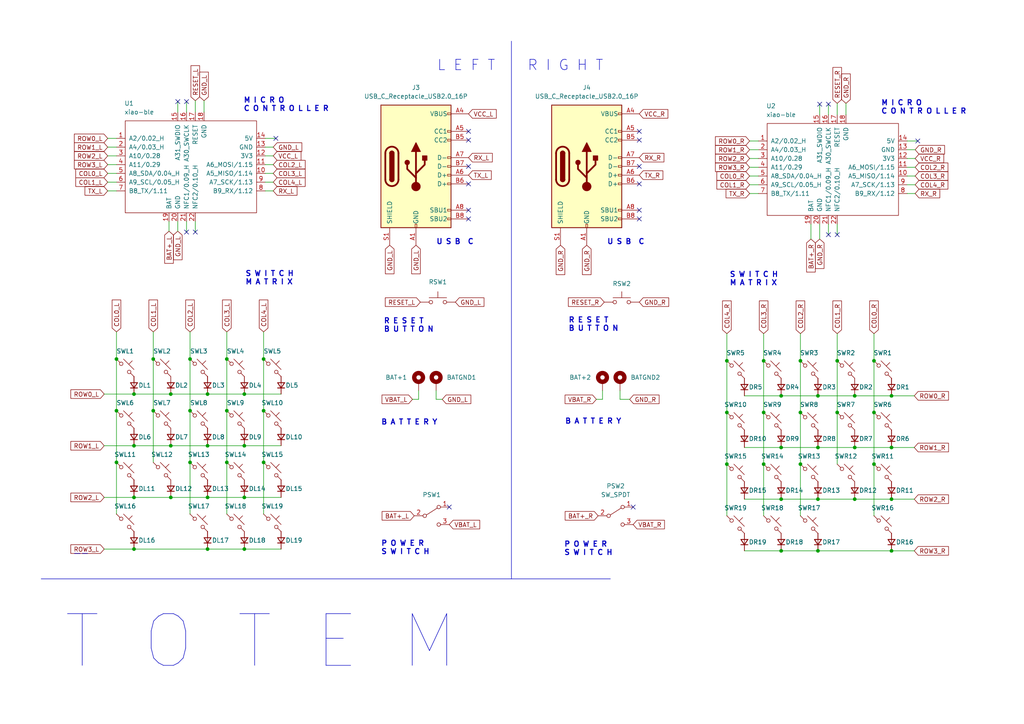
<source format=kicad_sch>
(kicad_sch (version 20231120) (generator "eeschema") (generator_version "8.0")
  (paper "A4")
  (title_block (title "TOTEM split keyboard") (date "2022-11-09") (rev "0.3") (comment 1 "made by GEIST"))
  (lib_symbols
    (symbol "Connector:USB_C_Receptacle_USB2.0_16P" (pin_names (offset 1.016))
      (property "Reference" "J" (at 0 22.225 0))
      (property "Value" "USB_C_Receptacle_USB2.0_16P" (at 0 19.685 0))
      (symbol "USB_C_Receptacle_USB2.0_16P_0_0"
        (rectangle (start -0.254 -17.78) (end 0.254 -16.764))
        (rectangle (start 10.16 -14.986) (end 9.144 -15.494))
        (rectangle (start 10.16 -12.446) (end 9.144 -12.954))
        (rectangle (start 10.16 -4.826) (end 9.144 -5.334))
        (rectangle (start 10.16 -2.286) (end 9.144 -2.794))
        (rectangle (start 10.16 0.254) (end 9.144 -0.254))
        (rectangle (start 10.16 2.794) (end 9.144 2.286))
        (rectangle (start 10.16 7.874) (end 9.144 7.366))
        (rectangle (start 10.16 10.414) (end 9.144 9.906))
        (rectangle (start 10.16 15.494) (end 9.144 14.986))
      )
      (symbol "USB_C_Receptacle_USB2.0_16P_0_1"
        (rectangle (start -10.16 17.78) (end 10.16 -17.78) (stroke (width 0.254)) (fill (type background)))
        (arc (start -8.89 -3.81) (mid -6.985 -5.7067) (end -5.08 -3.81) (stroke (width 0.508)))
        (arc (start -7.62 -3.81) (mid -6.985 -4.4423) (end -6.35 -3.81) (stroke (width 0.254)))
        (arc (start -7.62 -3.81) (mid -6.985 -4.4423) (end -6.35 -3.81) (stroke (width 0.254)) (fill (type outline)))
        (rectangle (start -7.62 -3.81) (end -6.35 3.81) (stroke (width 0.254)) (fill (type outline)))
        (arc (start -6.35 3.81) (mid -6.985 4.4423) (end -7.62 3.81) (stroke (width 0.254)))
        (arc (start -6.35 3.81) (mid -6.985 4.4423) (end -7.62 3.81) (stroke (width 0.254)) (fill (type outline)))
        (arc (start -5.08 3.81) (mid -6.985 5.7067) (end -8.89 3.81) (stroke (width 0.508)))
        (circle (center -2.54 1.143) (radius 0.635) (stroke (width 0.254)) (fill (type outline)))
        (circle (center 0 -5.842) (radius 1.27) (fill (type outline)))
        (polyline (pts (xy -8.89 -3.81) (xy -8.89 3.81)) (stroke (width 0.508)))
        (polyline (pts (xy -5.08 3.81) (xy -5.08 -3.81)) (stroke (width 0.508)))
        (polyline (pts (xy 0 -5.842) (xy 0 4.318)) (stroke (width 0.508)))
        (polyline (pts (xy 0 -3.302) (xy -2.54 -0.762) (xy -2.54 0.508)) (stroke (width 0.508)))
        (polyline (pts (xy 0 -2.032) (xy 2.54 0.508) (xy 2.54 1.778)) (stroke (width 0.508)))
        (polyline (pts (xy -1.27 4.318) (xy 0 6.858) (xy 1.27 4.318) (xy -1.27 4.318)) (stroke (width 0.254)) (fill (type outline)))
        (rectangle (start 1.905 1.778) (end 3.175 3.048) (stroke (width 0.254)) (fill (type outline)))
      )
      (symbol "USB_C_Receptacle_USB2.0_16P_1_1"
        (pin passive line (at 0 -22.86 90) (length 5.08) (name "GND") (number "A1"))
        (pin passive line (at 0 -22.86 90) (length 5.08) hide (name "GND") (number "A12"))
        (pin passive line (at 15.24 15.24 180) (length 5.08) (name "VBUS") (number "A4"))
        (pin bidirectional line (at 15.24 10.16 180) (length 5.08) (name "CC1") (number "A5"))
        (pin bidirectional line (at 15.24 -2.54 180) (length 5.08) (name "D+") (number "A6"))
        (pin bidirectional line (at 15.24 2.54 180) (length 5.08) (name "D-") (number "A7"))
        (pin bidirectional line (at 15.24 -12.7 180) (length 5.08) (name "SBU1") (number "A8"))
        (pin passive line (at 15.24 15.24 180) (length 5.08) hide (name "VBUS") (number "A9"))
        (pin passive line (at 0 -22.86 90) (length 5.08) hide (name "GND") (number "B1"))
        (pin passive line (at 0 -22.86 90) (length 5.08) hide (name "GND") (number "B12"))
        (pin passive line (at 15.24 15.24 180) (length 5.08) hide (name "VBUS") (number "B4"))
        (pin bidirectional line (at 15.24 7.62 180) (length 5.08) (name "CC2") (number "B5"))
        (pin bidirectional line (at 15.24 -5.08 180) (length 5.08) (name "D+") (number "B6"))
        (pin bidirectional line (at 15.24 0 180) (length 5.08) (name "D-") (number "B7"))
        (pin bidirectional line (at 15.24 -15.24 180) (length 5.08) (name "SBU2") (number "B8"))
        (pin passive line (at 15.24 15.24 180) (length 5.08) hide (name "VBUS") (number "B9"))
        (pin passive line (at -7.62 -22.86 90) (length 5.08) (name "SHIELD") (number "S1"))
      )
    )
    (symbol "Device:D_Small" (pin_numbers hide) (pin_names (offset 0.254) hide)
      (property "Reference" "D" (at -1.27 2.032 0))
      (property "Value" "D_Small" (at -3.81 -2.032 0))
      (symbol "D_Small_0_1"
        (polyline (pts (xy -0.762 -1.016) (xy -0.762 1.016)) (stroke (width 0.254)))
        (polyline (pts (xy -0.762 0) (xy 0.762 0)))
        (polyline (pts (xy 0.762 -1.016) (xy -0.762 0) (xy 0.762 1.016) (xy 0.762 -1.016)) (stroke (width 0.254)))
      )
      (symbol "D_Small_1_1"
        (pin passive line (at -2.54 0 0) (length 1.778) (name "K") (number "1"))
        (pin passive line (at 2.54 0 180) (length 1.778) (name "A") (number "2"))
      )
    )
    (symbol "Mechanical:MountingHole_Pad" (pin_numbers hide) (pin_names (offset 1.016) hide)
      (property "Reference" "H" (at 0 6.35 0))
      (property "Value" "MountingHole_Pad" (at 0 4.445 0))
      (symbol "MountingHole_Pad_0_1"
        (circle (center 0 1.27) (radius 1.27) (stroke (width 1.27)))
      )
      (symbol "MountingHole_Pad_1_1"
        (pin input line (at 0 -2.54 90) (length 2.54) (name "1") (number "1"))
      )
    )
    (symbol "Switch:SW_Push" (pin_numbers hide) (pin_names (offset 1.016) hide)
      (property "Reference" "SW" (at 1.27 2.54 0))
      (property "Value" "SW_Push" (at 0 -1.524 0))
      (symbol "SW_Push_0_1"
        (circle (center -2.032 0) (radius 0.508))
        (polyline (pts (xy 0 1.27) (xy 0 3.048)))
        (polyline (pts (xy 2.54 1.27) (xy -2.54 1.27)))
        (circle (center 2.032 0) (radius 0.508))
        (pin passive line (at -5.08 0 0) (length 2.54) (name "1") (number "1"))
        (pin passive line (at 5.08 0 180) (length 2.54) (name "2") (number "2"))
      )
    )
    (symbol "Switch:SW_Push_45deg" (pin_numbers hide) (pin_names (offset 1.016) hide)
      (property "Reference" "SW" (at 3.048 1.016 0))
      (property "Value" "SW_Push_45deg" (at 0 -3.81 0))
      (symbol "SW_Push_45deg_0_1"
        (circle (center -1.1684 1.1684) (radius 0.508))
        (polyline (pts (xy -0.508 2.54) (xy 2.54 -0.508)))
        (polyline (pts (xy 1.016 1.016) (xy 2.032 2.032)))
        (polyline (pts (xy -2.54 2.54) (xy -1.524 1.524) (xy -1.524 1.524)))
        (polyline (pts (xy 1.524 -1.524) (xy 2.54 -2.54) (xy 2.54 -2.54) (xy 2.54 -2.54)))
        (circle (center 1.143 -1.1938) (radius 0.508))
        (pin passive line (at -2.54 2.54 0) (length 0) (name "1") (number "1"))
        (pin passive line (at 2.54 -2.54 180) (length 0) (name "2") (number "2"))
      )
    )
    (symbol "Switch:SW_SPDT" (pin_names (offset 0) hide)
      (property "Reference" "SW" (at 0 4.318 0))
      (property "Value" "SW_SPDT" (at 0 -5.08 0))
      (symbol "SW_SPDT_0_0"
        (circle (center -2.032 0) (radius 0.508))
        (circle (center 2.032 -2.54) (radius 0.508))
      )
      (symbol "SW_SPDT_0_1"
        (polyline (pts (xy -1.524 0.254) (xy 1.651 2.286)))
        (circle (center 2.032 2.54) (radius 0.508))
      )
      (symbol "SW_SPDT_1_1"
        (pin passive line (at 5.08 2.54 180) (length 2.54) (name "A") (number "1"))
        (pin passive line (at -5.08 0 0) (length 2.54) (name "B") (number "2"))
        (pin passive line (at 5.08 -2.54 180) (length 2.54) (name "C") (number "3"))
      )
    )
    (symbol "mcu:xiao-ble" (pin_names (offset 1.016))
      (property "Reference" "U" (at -17.78 16.51 0))
      (property "Value" "xiao-ble" (at -15.24 13.97 0))
      (symbol "xiao-ble_0_1"
        (rectangle (start -19.05 12.7) (end 19.05 -13.97))
      )
      (symbol "xiao-ble_1_1"
        (pin bidirectional line (at -21.59 7.62 0) (length 2.54) (name "A2/0.02_H") (number "1"))
        (pin bidirectional line (at 21.59 -2.54 180) (length 2.54) (name "A5_MISO/1.14") (number "10"))
        (pin bidirectional line (at 21.59 0 180) (length 2.54) (name "A6_MOSI/1.15") (number "11"))
        (pin power_out line (at 21.59 2.54 180) (length 2.54) (name "3V3") (number "12"))
        (pin power_out line (at 21.59 5.08 180) (length 2.54) (name "GND") (number "13"))
        (pin power_out line (at 21.59 7.62 180) (length 2.54) (name "5V") (number "14"))
        (pin input line (at -3.81 15.24 270) (length 2.54) (name "A31_SWDIO") (number "15"))
        (pin input line (at -1.27 15.24 270) (length 2.54) (name "A30_SWCLK") (number "16"))
        (pin input line (at 1.27 15.24 270) (length 2.54) (name "RESET") (number "17"))
        (pin power_out line (at 3.81 15.24 270) (length 2.54) (name "GND") (number "18"))
        (pin bidirectional line (at -6.35 -16.51 90) (length 2.54) (name "BAT") (number "19"))
        (pin bidirectional line (at -21.59 5.08 0) (length 2.54) (name "A4/0.03_H") (number "2"))
        (pin power_out line (at -3.81 -16.51 90) (length 2.54) (name "GND") (number "20"))
        (pin bidirectional line (at -1.27 -16.51 90) (length 2.54) (name "NFC1/0.09_H") (number "21"))
        (pin bidirectional line (at 1.27 -16.51 90) (length 2.54) (name "NFC2/0.10_H") (number "22"))
        (pin bidirectional line (at -21.59 2.54 0) (length 2.54) (name "A10/0.28") (number "3"))
        (pin bidirectional line (at -21.59 0 0) (length 2.54) (name "A11/0.29") (number "4"))
        (pin bidirectional line (at -21.59 -2.54 0) (length 2.54) (name "A8_SDA/0.04_H") (number "5"))
        (pin bidirectional line (at -21.59 -5.08 0) (length 2.54) (name "A9_SCL/0.05_H") (number "6"))
        (pin bidirectional line (at -21.59 -7.62 0) (length 2.54) (name "B8_TX/1.11") (number "7"))
        (pin bidirectional line (at 21.59 -7.62 180) (length 2.54) (name "B9_RX/1.12") (number "8"))
        (pin bidirectional line (at 21.59 -5.08 180) (length 2.54) (name "A7_SCK/1.13") (number "9"))
      )
    )
  )
  (junction (at 33.782 104.14))
  (junction (at 33.782 134.112))
  (junction (at 226.568 129.794))
  (junction (at 49.53 114.3))
  (junction (at 44.45 119.126))
  (junction (at 55.118 119.126))
  (junction (at 70.866 129.286))
  (junction (at 226.568 144.78))
  (junction (at 226.568 159.766))
  (junction (at 237.236 114.808))
  (junction (at 49.53 144.272))
  (junction (at 38.862 159.258))
  (junction (at 232.156 119.634))
  (junction (at 258.572 144.78))
  (junction (at 76.454 104.14))
  (junction (at 70.866 144.272))
  (junction (at 221.488 119.634))
  (junction (at 237.236 159.766))
  (junction (at 247.904 144.78))
  (junction (at 76.454 119.126))
  (junction (at 44.45 104.14))
  (junction (at 70.866 114.3))
  (junction (at 210.82 134.62))
  (junction (at 232.156 134.62))
  (junction (at 55.118 104.14))
  (junction (at 247.904 129.794))
  (junction (at 242.824 104.648))
  (junction (at 60.198 144.272))
  (junction (at 38.862 144.272))
  (junction (at 232.156 104.648))
  (junction (at 247.904 114.808))
  (junction (at 210.82 104.648))
  (junction (at 65.786 104.14))
  (junction (at 60.198 114.3))
  (junction (at 60.198 159.258))
  (junction (at 258.572 129.794))
  (junction (at 49.53 129.286))
  (junction (at 33.782 119.126))
  (junction (at 258.572 114.808))
  (junction (at 70.866 159.258))
  (junction (at 237.236 129.794))
  (junction (at 221.488 134.62))
  (junction (at 55.118 134.112))
  (junction (at 258.572 159.766))
  (junction (at 253.492 119.634))
  (junction (at 242.824 119.634))
  (junction (at 38.862 129.286))
  (junction (at 65.786 119.126))
  (junction (at 76.454 134.112))
  (junction (at 253.492 134.62))
  (junction (at 65.786 134.112))
  (junction (at 226.568 114.808))
  (junction (at 60.198 129.286))
  (junction (at 237.236 144.78))
  (junction (at 38.862 114.3))
  (junction (at 253.492 104.648))
  (junction (at 221.488 104.648))
  (junction (at 210.82 119.634))
  (no_connect (at 135.89 63.5))
  (no_connect (at 185.42 60.96))
  (no_connect (at 185.42 38.1))
  (no_connect (at 185.42 48.26))
  (no_connect (at 237.744 30.226))
  (no_connect (at 240.284 30.226))
  (no_connect (at 185.42 53.34))
  (no_connect (at 185.42 40.64))
  (no_connect (at 54.102 67.31))
  (no_connect (at 56.642 67.31))
  (no_connect (at 183.642 147.066))
  (no_connect (at 54.102 29.464))
  (no_connect (at 51.562 29.464))
  (no_connect (at 135.89 48.26))
  (no_connect (at 185.42 63.5))
  (no_connect (at 135.89 53.34))
  (no_connect (at 266.192 40.894))
  (no_connect (at 135.89 60.96))
  (no_connect (at 135.89 38.1))
  (no_connect (at 80.01 40.132))
  (no_connect (at 135.89 40.64))
  (no_connect (at 130.302 147.066))
  (no_connect (at 242.824 68.072))
  (no_connect (at 240.284 68.072))
  (wire (pts (xy 215.9 144.78) (xy 226.568 144.78)))
  (wire (pts (xy 49.022 64.262) (xy 49.022 67.056)))
  (wire (pts (xy 217.424 40.894) (xy 219.964 40.894)))
  (wire (pts (xy 215.9 129.794) (xy 226.568 129.794)))
  (wire (pts (xy 247.904 114.808) (xy 258.572 114.808)))
  (wire (pts (xy 179.832 113.284) (xy 179.832 115.824)))
  (wire (pts (xy 76.962 40.132) (xy 80.01 40.132)))
  (wire (pts (xy 253.492 96.774) (xy 253.492 104.648)))
  (wire (pts (xy 126.492 115.824) (xy 128.27 115.824)))
  (wire (pts (xy 126.492 113.284) (xy 126.492 115.824)))
  (wire (pts (xy 56.642 29.21) (xy 56.642 32.512)))
  (wire (pts (xy 65.786 104.14) (xy 65.786 119.126)))
  (wire (pts (xy 263.144 51.054) (xy 265.43 51.054)))
  (wire (pts (xy 240.284 65.024) (xy 240.284 68.072)))
  (wire (pts (xy 49.53 144.272) (xy 60.198 144.272)))
  (wire (pts (xy 210.82 96.774) (xy 210.82 104.648)))
  (wire (pts (xy 31.242 40.132) (xy 33.782 40.132)))
  (wire (pts (xy 217.424 56.134) (xy 219.964 56.134)))
  (wire (pts (xy 70.866 129.286) (xy 81.534 129.286)))
  (wire (pts (xy 226.568 144.78) (xy 237.236 144.78)))
  (wire (pts (xy 210.82 134.62) (xy 210.82 149.606)))
  (wire (pts (xy 210.82 119.634) (xy 210.82 134.62)))
  (wire (pts (xy 237.236 114.808) (xy 247.904 114.808)))
  (wire (pts (xy 217.424 51.054) (xy 219.964 51.054)))
  (wire (pts (xy 65.786 119.126) (xy 65.786 134.112)))
  (wire (pts (xy 263.144 43.434) (xy 265.43 43.434)))
  (wire (pts (xy 55.118 134.112) (xy 55.118 149.098)))
  (wire (pts (xy 253.492 134.62) (xy 253.492 149.606)))
  (wire (pts (xy 38.862 129.286) (xy 49.53 129.286)))
  (wire (pts (xy 76.454 104.14) (xy 76.454 119.126)))
  (wire (pts (xy 242.824 104.648) (xy 242.824 119.634)))
  (wire (pts (xy 232.156 96.774) (xy 232.156 104.648)))
  (wire (pts (xy 215.9 114.808) (xy 226.568 114.808)))
  (wire (pts (xy 76.962 45.212) (xy 79.248 45.212)))
  (wire (pts (xy 33.782 134.112) (xy 33.782 149.098)))
  (wire (pts (xy 31.242 47.752) (xy 33.782 47.752)))
  (wire (pts (xy 54.102 29.464) (xy 54.102 32.512)))
  (wire (pts (xy 217.424 48.514) (xy 219.964 48.514)))
  (wire (pts (xy 30.226 129.286) (xy 38.862 129.286)))
  (wire (pts (xy 237.744 65.024) (xy 237.744 69.342)))
  (wire (pts (xy 76.962 52.832) (xy 79.248 52.832)))
  (wire (pts (xy 253.492 104.648) (xy 253.492 119.634)))
  (wire (pts (xy 38.862 144.272) (xy 49.53 144.272)))
  (wire (pts (xy 51.562 29.464) (xy 51.562 32.512)))
  (wire (pts (xy 76.962 55.372) (xy 79.248 55.372)))
  (polyline (pts (xy 21.59 160.528) (xy 25.4 160.528)) (stroke (width 0) (type dash)))
  (wire (pts (xy 263.144 56.134) (xy 265.43 56.134)))
  (wire (pts (xy 263.144 40.894) (xy 266.192 40.894)))
  (wire (pts (xy 215.9 159.766) (xy 226.568 159.766)))
  (wire (pts (xy 70.866 114.3) (xy 81.534 114.3)))
  (wire (pts (xy 258.572 129.794) (xy 265.176 129.794)))
  (wire (pts (xy 263.144 48.514) (xy 265.43 48.514)))
  (wire (pts (xy 242.824 119.634) (xy 242.824 134.62)))
  (wire (pts (xy 33.782 96.266) (xy 33.782 104.14)))
  (wire (pts (xy 76.454 96.266) (xy 76.454 104.14)))
  (wire (pts (xy 232.156 119.634) (xy 232.156 134.62)))
  (wire (pts (xy 38.862 159.258) (xy 60.198 159.258)))
  (wire (pts (xy 258.572 144.78) (xy 265.176 144.78)))
  (wire (pts (xy 31.242 45.212) (xy 33.782 45.212)))
  (wire (pts (xy 237.236 159.766) (xy 258.572 159.766)))
  (wire (pts (xy 65.786 96.266) (xy 65.786 104.14)))
  (wire (pts (xy 76.454 134.112) (xy 76.454 149.098)))
  (wire (pts (xy 119.634 115.824) (xy 121.412 115.824)))
  (wire (pts (xy 221.488 104.648) (xy 221.488 119.634)))
  (wire (pts (xy 242.824 96.774) (xy 242.824 104.648)))
  (wire (pts (xy 242.824 65.024) (xy 242.824 68.072)))
  (wire (pts (xy 226.568 159.766) (xy 237.236 159.766)))
  (wire (pts (xy 221.488 134.62) (xy 221.488 149.606)))
  (wire (pts (xy 237.236 144.78) (xy 247.904 144.78)))
  (wire (pts (xy 245.364 29.972) (xy 245.364 33.274)))
  (polyline (pts (xy 148.336 11.938) (xy 148.336 167.894)) (stroke (width 0) (type solid)))
  (wire (pts (xy 121.412 115.824) (xy 121.412 113.284)))
  (wire (pts (xy 30.226 114.3) (xy 38.862 114.3)))
  (wire (pts (xy 76.454 119.126) (xy 76.454 134.112)))
  (wire (pts (xy 258.572 159.766) (xy 265.176 159.766)))
  (wire (pts (xy 59.182 29.21) (xy 59.182 32.512)))
  (wire (pts (xy 49.53 129.286) (xy 60.198 129.286)))
  (wire (pts (xy 31.242 50.292) (xy 33.782 50.292)))
  (wire (pts (xy 258.572 114.808) (xy 265.176 114.808)))
  (wire (pts (xy 263.144 45.974) (xy 265.43 45.974)))
  (polyline (pts (xy 11.938 167.894) (xy 177.038 167.894)) (stroke (width 0) (type solid)))
  (wire (pts (xy 60.198 144.272) (xy 70.866 144.272)))
  (wire (pts (xy 242.824 29.972) (xy 242.824 33.274)))
  (wire (pts (xy 172.974 115.824) (xy 174.752 115.824)))
  (wire (pts (xy 247.904 129.794) (xy 258.572 129.794)))
  (wire (pts (xy 237.744 30.226) (xy 237.744 33.274)))
  (wire (pts (xy 226.568 114.808) (xy 237.236 114.808)))
  (wire (pts (xy 56.642 64.262) (xy 56.642 67.31)))
  (wire (pts (xy 49.53 114.3) (xy 60.198 114.3)))
  (wire (pts (xy 60.198 129.286) (xy 70.866 129.286)))
  (wire (pts (xy 232.156 134.62) (xy 232.156 149.606)))
  (wire (pts (xy 263.144 53.594) (xy 265.43 53.594)))
  (wire (pts (xy 31.242 55.372) (xy 33.782 55.372)))
  (wire (pts (xy 44.45 104.14) (xy 44.45 119.126)))
  (wire (pts (xy 217.424 53.594) (xy 219.964 53.594)))
  (wire (pts (xy 44.45 119.126) (xy 44.45 134.112)))
  (wire (pts (xy 237.236 129.794) (xy 247.904 129.794)))
  (wire (pts (xy 44.45 96.266) (xy 44.45 104.14)))
  (wire (pts (xy 38.862 114.3) (xy 49.53 114.3)))
  (wire (pts (xy 55.118 119.126) (xy 55.118 134.112)))
  (wire (pts (xy 217.424 43.434) (xy 219.964 43.434)))
  (wire (pts (xy 221.488 119.634) (xy 221.488 134.62)))
  (wire (pts (xy 65.786 134.112) (xy 65.786 149.098)))
  (wire (pts (xy 76.962 47.752) (xy 79.248 47.752)))
  (wire (pts (xy 174.752 115.824) (xy 174.752 113.284)))
  (wire (pts (xy 240.284 30.226) (xy 240.284 33.274)))
  (wire (pts (xy 60.198 159.258) (xy 70.866 159.258)))
  (wire (pts (xy 210.82 104.648) (xy 210.82 119.634)))
  (wire (pts (xy 31.242 52.832) (xy 33.782 52.832)))
  (wire (pts (xy 247.904 144.78) (xy 258.572 144.78)))
  (wire (pts (xy 221.488 96.774) (xy 221.488 104.648)))
  (wire (pts (xy 30.226 144.272) (xy 38.862 144.272)))
  (wire (pts (xy 76.962 42.672) (xy 79.248 42.672)))
  (wire (pts (xy 31.242 42.672) (xy 33.782 42.672)))
  (wire (pts (xy 232.156 104.648) (xy 232.156 119.634)))
  (wire (pts (xy 70.866 159.258) (xy 81.534 159.258)))
  (wire (pts (xy 235.204 65.024) (xy 235.204 69.342)))
  (wire (pts (xy 55.118 104.14) (xy 55.118 119.126)))
  (wire (pts (xy 33.782 104.14) (xy 33.782 119.126)))
  (wire (pts (xy 54.102 64.262) (xy 54.102 67.31)))
  (wire (pts (xy 55.118 96.266) (xy 55.118 104.14)))
  (wire (pts (xy 179.832 115.824) (xy 182.626 115.824)))
  (wire (pts (xy 60.198 114.3) (xy 70.866 114.3)))
  (wire (pts (xy 76.962 50.292) (xy 79.248 50.292)))
  (wire (pts (xy 51.562 64.262) (xy 51.562 67.056)))
  (wire (pts (xy 30.226 159.258) (xy 38.862 159.258)))
  (wire (pts (xy 33.782 119.126) (xy 33.782 134.112)))
  (wire (pts (xy 217.424 45.974) (xy 219.964 45.974)))
  (wire (pts (xy 253.492 119.634) (xy 253.492 134.62)))
  (wire (pts (xy 70.866 144.272) (xy 81.534 144.272)))
  (wire (pts (xy 226.568 129.794) (xy 237.236 129.794)))
  (text "M I C R O \nC O N T R O L L E R" (at 255.524 33.274 0) (effects (font (size 1.5 1.5) (thickness 0.3) (bold yes)) (justify left bottom)))
  (text "U S B  C" (at 176.022 71.12 0) (effects (font (size 1.5 1.5) (thickness 0.3) (bold yes)) (justify left bottom)))
  (text "R E S E T \nB U T T O N" (at 111.252 96.52 0) (effects (font (size 1.5 1.5) (thickness 0.3) (bold yes)) (justify left bottom)))
  (text "S W I T C H\nM A T R I X" (at 71.12 82.804 0) (effects (font (size 1.5 1.5) (thickness 0.3) (bold yes)) (justify left bottom)))
  (text "P O W E R\nS W I T C H" (at 110.49 161.036 0) (effects (font (size 1.5 1.5) (thickness 0.3) (bold yes)) (justify left bottom)))
  (text "R E S E T \nB U T T O N" (at 164.846 96.266 0) (effects (font (size 1.5 1.5) (thickness 0.3) (bold yes)) (justify left bottom)))
  (text "T O T E M" (at 18.034 195.072 0) (effects (font (size 15 15)) (justify left bottom)))
  (text "U S B  C" (at 126.492 71.12 0) (effects (font (size 1.5 1.5) (thickness 0.3) (bold yes)) (justify left bottom)))
  (text "S W I T C H\nM A T R I X" (at 211.582 83.058 0) (effects (font (size 1.5 1.5) (thickness 0.3) (bold yes)) (justify left bottom)))
  (text "B A T T E R Y" (at 110.49 123.444 0) (effects (font (size 1.5 1.5) (thickness 0.3) (bold yes)) (justify left bottom)))
  (text "P O W E R\nS W I T C H" (at 163.576 161.29 0) (effects (font (size 1.5 1.5) (thickness 0.3) (bold yes)) (justify left bottom)))
  (text "R I G H T" (at 152.908 20.828 0) (effects (font (size 3 3)) (justify left bottom)))
  (text "B A T T E R Y" (at 163.83 123.19 0) (effects (font (size 1.5 1.5) (thickness 0.3) (bold yes)) (justify left bottom)))
  (text "L E F T" (at 143.764 20.828 0) (effects (font (size 3 3)) (justify right bottom)))
  (text "M I C R O \nC O N T R O L L E R" (at 70.612 32.512 0) (effects (font (size 1.5 1.5) (thickness 0.3) (bold yes)) (justify left bottom)))
  (global_label "GND_L" (shape input) (at 132.08 87.63 0) (property "Intersheetrefs" "${INTERSHEET_REFS}" (effects (hide yes))))
  (global_label "GND_L" (shape input) (at 113.03 71.12 270) (property "Intersheetrefs" "${INTERSHEET_REFS}" (effects (hide yes))))
  (global_label "VCC_R" (shape input) (at 265.43 45.974 0) (property "Intersheetrefs" "${INTERSHEET_REFS}" (effects (hide yes))))
  (global_label "ROW3_R" (shape input) (at 265.176 159.766 0) (property "Intersheetrefs" "${INTERSHEET_REFS}" (effects (hide yes))))
  (global_label "GND_R" (shape input) (at 265.43 43.434 0) (property "Intersheetrefs" "${INTERSHEET_REFS}" (effects (hide yes))))
  (global_label "COL3_L" (shape input) (at 65.786 96.266 90) (property "Intersheetrefs" "${INTERSHEET_REFS}" (effects (hide yes))))
  (global_label "COL4_L" (shape input) (at 76.454 96.266 90) (property "Intersheetrefs" "${INTERSHEET_REFS}" (effects (hide yes))))
  (global_label "ROW0_R" (shape input) (at 265.176 114.808 0) (property "Intersheetrefs" "${INTERSHEET_REFS}" (effects (hide yes))))
  (global_label "COL1_L" (shape input) (at 44.45 96.266 90) (property "Intersheetrefs" "${INTERSHEET_REFS}" (effects (hide yes))))
  (global_label "GND_L" (shape input) (at 59.182 29.21 90) (property "Intersheetrefs" "${INTERSHEET_REFS}" (effects (hide yes))))
  (global_label "COL2_R" (shape input) (at 232.156 96.774 90) (property "Intersheetrefs" "${INTERSHEET_REFS}" (effects (hide yes))))
  (global_label "GND_L" (shape input) (at 79.248 42.672 0) (property "Intersheetrefs" "${INTERSHEET_REFS}" (effects (hide yes))))
  (global_label "BAT+_L" (shape input) (at 120.142 149.606 180) (property "Intersheetrefs" "${INTERSHEET_REFS}" (effects (hide yes))))
  (global_label "ROW0_R" (shape input) (at 217.424 40.894 180) (property "Intersheetrefs" "${INTERSHEET_REFS}" (effects (hide yes))))
  (global_label "COL0_R" (shape input) (at 217.424 51.054 180) (property "Intersheetrefs" "${INTERSHEET_REFS}" (effects (hide yes))))
  (global_label "COL4_R" (shape input) (at 265.43 53.594 0) (property "Intersheetrefs" "${INTERSHEET_REFS}" (effects (hide yes))))
  (global_label "GND_L" (shape input) (at 120.65 71.12 270) (property "Intersheetrefs" "${INTERSHEET_REFS}" (effects (hide yes))))
  (global_label "RESET_R" (shape input) (at 242.824 29.972 90) (property "Intersheetrefs" "${INTERSHEET_REFS}" (effects (hide yes))))
  (global_label "RESET_R" (shape input) (at 175.26 87.63 180) (property "Intersheetrefs" "${INTERSHEET_REFS}" (effects (hide yes))))
  (global_label "TX_R" (shape input) (at 185.42 50.8 0) (property "Intersheetrefs" "${INTERSHEET_REFS}" (effects (hide yes))))
  (global_label "GND_R" (shape input) (at 162.56 71.12 270) (property "Intersheetrefs" "${INTERSHEET_REFS}" (effects (hide yes))))
  (global_label "ROW3_L" (shape input) (at 30.226 159.258 180) (property "Intersheetrefs" "${INTERSHEET_REFS}" (effects (hide yes))))
  (global_label "VBAT_R" (shape input) (at 183.642 152.146 0) (property "Intersheetrefs" "${INTERSHEET_REFS}" (effects (hide yes))))
  (global_label "GND_L" (shape input) (at 51.562 67.056 270) (property "Intersheetrefs" "${INTERSHEET_REFS}" (effects (hide yes))))
  (global_label "TX_L" (shape input) (at 135.89 50.8 0) (property "Intersheetrefs" "${INTERSHEET_REFS}" (effects (hide yes))))
  (global_label "RESET_L" (shape input) (at 121.92 87.63 180) (property "Intersheetrefs" "${INTERSHEET_REFS}" (effects (hide yes))))
  (global_label "VCC_R" (shape input) (at 185.42 33.02 0) (property "Intersheetrefs" "${INTERSHEET_REFS}" (effects (hide yes))))
  (global_label "VBAT_R" (shape input) (at 172.974 115.824 180) (property "Intersheetrefs" "${INTERSHEET_REFS}" (effects (hide yes))))
  (global_label "VCC_L" (shape input) (at 79.248 45.212 0) (property "Intersheetrefs" "${INTERSHEET_REFS}" (effects (hide yes))))
  (global_label "BAT+_L" (shape input) (at 49.022 67.056 270) (property "Intersheetrefs" "${INTERSHEET_REFS}" (effects (hide yes))))
  (global_label "COL1_R" (shape input) (at 217.424 53.594 180) (property "Intersheetrefs" "${INTERSHEET_REFS}" (effects (hide yes))))
  (global_label "ROW3_R" (shape input) (at 217.424 48.514 180) (property "Intersheetrefs" "${INTERSHEET_REFS}" (effects (hide yes))))
  (global_label "BAT+_R" (shape input) (at 173.482 149.606 180) (property "Intersheetrefs" "${INTERSHEET_REFS}" (effects (hide yes))))
  (global_label "ROW0_L" (shape input) (at 30.226 114.3 180) (property "Intersheetrefs" "${INTERSHEET_REFS}" (effects (hide yes))))
  (global_label "GND_L" (shape input) (at 128.27 115.824 0) (property "Intersheetrefs" "${INTERSHEET_REFS}" (effects (hide yes))))
  (global_label "VBAT_L" (shape input) (at 119.634 115.824 180) (property "Intersheetrefs" "${INTERSHEET_REFS}" (effects (hide yes))))
  (global_label "ROW1_R" (shape input) (at 265.176 129.794 0) (property "Intersheetrefs" "${INTERSHEET_REFS}" (effects (hide yes))))
  (global_label "BAT+_R" (shape input) (at 235.204 69.342 270) (property "Intersheetrefs" "${INTERSHEET_REFS}" (effects (hide yes))))
  (global_label "GND_R" (shape input) (at 182.626 115.824 0) (property "Intersheetrefs" "${INTERSHEET_REFS}" (effects (hide yes))))
  (global_label "RX_L" (shape input) (at 79.248 55.372 0) (property "Intersheetrefs" "${INTERSHEET_REFS}" (effects (hide yes))))
  (global_label "GND_R" (shape input) (at 185.42 87.63 0) (property "Intersheetrefs" "${INTERSHEET_REFS}" (effects (hide yes))))
  (global_label "COL0_L" (shape input) (at 33.782 96.266 90) (property "Intersheetrefs" "${INTERSHEET_REFS}" (effects (hide yes))))
  (global_label "ROW3_L" (shape input) (at 31.242 47.752 180) (property "Intersheetrefs" "${INTERSHEET_REFS}" (effects (hide yes))))
  (global_label "COL3_R" (shape input) (at 265.43 51.054 0) (property "Intersheetrefs" "${INTERSHEET_REFS}" (effects (hide yes))))
  (global_label "VCC_L" (shape input) (at 135.89 33.02 0) (property "Intersheetrefs" "${INTERSHEET_REFS}" (effects (hide yes))))
  (global_label "RX_R" (shape input) (at 185.42 45.72 0) (property "Intersheetrefs" "${INTERSHEET_REFS}" (effects (hide yes))))
  (global_label "COL4_R" (shape input) (at 210.82 96.774 90) (property "Intersheetrefs" "${INTERSHEET_REFS}" (effects (hide yes))))
  (global_label "RESET_L" (shape input) (at 56.642 29.21 90) (property "Intersheetrefs" "${INTERSHEET_REFS}" (effects (hide yes))))
  (global_label "COL3_R" (shape input) (at 221.488 96.774 90) (property "Intersheetrefs" "${INTERSHEET_REFS}" (effects (hide yes))))
  (global_label "TX_R" (shape input) (at 217.424 56.134 180) (property "Intersheetrefs" "${INTERSHEET_REFS}" (effects (hide yes))))
  (global_label "ROW1_L" (shape input) (at 30.226 129.286 180) (property "Intersheetrefs" "${INTERSHEET_REFS}" (effects (hide yes))))
  (global_label "ROW2_L" (shape input) (at 31.242 45.212 180) (property "Intersheetrefs" "${INTERSHEET_REFS}" (effects (hide yes))))
  (global_label "GND_R" (shape input) (at 237.744 69.342 270) (property "Intersheetrefs" "${INTERSHEET_REFS}" (effects (hide yes))))
  (global_label "COL2_R" (shape input) (at 265.43 48.514 0) (property "Intersheetrefs" "${INTERSHEET_REFS}" (effects (hide yes))))
  (global_label "GND_R" (shape input) (at 245.364 29.972 90) (property "Intersheetrefs" "${INTERSHEET_REFS}" (effects (hide yes))))
  (global_label "VBAT_L" (shape input) (at 130.302 152.146 0) (property "Intersheetrefs" "${INTERSHEET_REFS}" (effects (hide yes))))
  (global_label "ROW1_L" (shape input) (at 31.242 42.672 180) (property "Intersheetrefs" "${INTERSHEET_REFS}" (effects (hide yes))))
  (global_label "COL1_R" (shape input) (at 242.824 96.774 90) (property "Intersheetrefs" "${INTERSHEET_REFS}" (effects (hide yes))))
  (global_label "RX_L" (shape input) (at 135.89 45.72 0) (property "Intersheetrefs" "${INTERSHEET_REFS}" (effects (hide yes))))
  (global_label "COL0_L" (shape input) (at 31.242 50.292 180) (property "Intersheetrefs" "${INTERSHEET_REFS}" (effects (hide yes))))
  (global_label "COL2_L" (shape input) (at 79.248 47.752 0) (property "Intersheetrefs" "${INTERSHEET_REFS}" (effects (hide yes))))
  (global_label "ROW1_R" (shape input) (at 217.424 43.434 180) (property "Intersheetrefs" "${INTERSHEET_REFS}" (effects (hide yes))))
  (global_label "GND_R" (shape input) (at 170.18 71.12 270) (property "Intersheetrefs" "${INTERSHEET_REFS}" (effects (hide yes))))
  (global_label "ROW2_R" (shape input) (at 265.176 144.78 0) (property "Intersheetrefs" "${INTERSHEET_REFS}" (effects (hide yes))))
  (global_label "COL0_R" (shape input) (at 253.492 96.774 90) (property "Intersheetrefs" "${INTERSHEET_REFS}" (effects (hide yes))))
  (global_label "COL3_L" (shape input) (at 79.248 50.292 0) (property "Intersheetrefs" "${INTERSHEET_REFS}" (effects (hide yes))))
  (global_label "COL2_L" (shape input) (at 55.118 96.266 90) (property "Intersheetrefs" "${INTERSHEET_REFS}" (effects (hide yes))))
  (global_label "TX_L" (shape input) (at 31.242 55.372 180) (property "Intersheetrefs" "${INTERSHEET_REFS}" (effects (hide yes))))
  (global_label "ROW2_L" (shape input) (at 30.226 144.272 180) (property "Intersheetrefs" "${INTERSHEET_REFS}" (effects (hide yes))))
  (global_label "COL4_L" (shape input) (at 79.248 52.832 0) (property "Intersheetrefs" "${INTERSHEET_REFS}" (effects (hide yes))))
  (global_label "RX_R" (shape input) (at 265.43 56.134 0) (property "Intersheetrefs" "${INTERSHEET_REFS}" (effects (hide yes))))
  (global_label "ROW0_L" (shape input) (at 31.242 40.132 180) (property "Intersheetrefs" "${INTERSHEET_REFS}" (effects (hide yes))))
  (global_label "COL1_L" (shape input) (at 31.242 52.832 180) (property "Intersheetrefs" "${INTERSHEET_REFS}" (effects (hide yes))))
  (global_label "ROW2_R" (shape input) (at 217.424 45.974 180) (property "Intersheetrefs" "${INTERSHEET_REFS}" (effects (hide yes))))
  (symbol (lib_id "Device:D_Small") (at 81.534 156.718 90) (unit 1)
    (property "Reference" "DL19" (at 82.804 156.718 90) (effects (justify right)))
    (property "Value" "D_Small" (effects (hide yes)))
    (property "Footprint" "TOTEMlib:Diode_SOD123" (effects (hide yes)))
  )
  (symbol (lib_id "Switch:SW_Push_45deg") (at 245.364 107.188 0) (unit 1)
    (property "Reference" "SWR2" (at 245.364 102.362 0))
    (property "Value" "SW_Push_45deg" (effects (hide yes)))
    (property "Footprint" "TOTEMlib:Kailh_socket_PG1350_optional" (effects (hide yes)))
  )
  (symbol (lib_id "Switch:SW_Push_45deg") (at 57.658 151.638 0) (unit 1)
    (property "Reference" "SWL17" (at 57.658 146.812 0))
    (property "Value" "SW_Push_45deg" (effects (hide yes)))
    (property "Footprint" "TOTEMlib:Kailh_socket_PG1350_optional" (effects (hide yes)))
  )
  (symbol (lib_id "Switch:SW_Push_45deg") (at 36.322 151.638 0) (unit 1)
    (property "Reference" "SWL16" (at 36.322 146.812 0))
    (property "Value" "SW_Push_45deg" (effects (hide yes)))
    (property "Footprint" "TOTEMlib:Kailh_socket_PG1350_optional" (effects (hide yes)))
  )
  (symbol (lib_id "Switch:SW_Push_45deg") (at 256.032 152.146 0) (unit 1)
    (property "Reference" "SWR16" (at 256.032 147.32 0))
    (property "Value" "SW_Push_45deg" (effects (hide yes)))
    (property "Footprint" "TOTEMlib:Kailh_socket_PG1350_optional" (effects (hide yes)))
  )
  (symbol (lib_id "Switch:SW_SPDT") (at 125.222 149.606 0) (unit 1)
    (property "Reference" "PSW1" (at 125.222 143.51 0))
    (property "Value" "SW_SPDT" (effects (hide yes)))
    (property "Footprint" "TOTEMlib:MSK12C02" (effects (hide yes)))
  )
  (symbol (lib_id "Switch:SW_Push_45deg") (at 68.326 106.68 0) (unit 1)
    (property "Reference" "SWL4" (at 68.326 101.854 0))
    (property "Value" "SW_Push_45deg" (effects (hide yes)))
    (property "Footprint" "TOTEMlib:Kailh_socket_PG1350_optional" (effects (hide yes)))
  )
  (symbol (lib_id "Device:D_Small") (at 258.572 127.254 90) (unit 1)
    (property "Reference" "DR6" (at 259.842 127.254 90) (effects (justify right)))
    (property "Value" "D_Small" (effects (hide yes)))
    (property "Footprint" "TOTEMlib:Diode_SOD123" (effects (hide yes)))
  )
  (symbol (lib_id "Mechanical:MountingHole_Pad") (at 121.412 110.744 0) (unit 1)
    (property "Reference" "BAT+1" (at 118.11 109.474 0) (effects (justify right)))
    (property "Value" "+" (effects (hide yes)))
    (property "Footprint" "TOTEMlib:BatteryPad" (effects (hide yes)))
  )
  (symbol (lib_id "Switch:SW_Push_45deg") (at 234.696 107.188 0) (unit 1)
    (property "Reference" "SWR3" (at 234.696 102.362 0))
    (property "Value" "SW_Push_45deg" (effects (hide yes)))
    (property "Footprint" "TOTEMlib:Kailh_socket_PG1350_optional" (effects (hide yes)))
  )
  (symbol (lib_id "Switch:SW_Push_45deg") (at 57.658 106.68 0) (unit 1)
    (property "Reference" "SWL3" (at 57.658 101.854 0))
    (property "Value" "SW_Push_45deg" (effects (hide yes)))
    (property "Footprint" "TOTEMlib:Kailh_socket_PG1350_optional" (effects (hide yes)))
  )
  (symbol (lib_id "Switch:SW_SPDT") (at 178.562 149.606 0) (unit 1)
    (property "Reference" "PSW2" (at 178.562 140.97 0))
    (property "Value" "SW_SPDT" (at 178.562 143.51 0))
    (property "Footprint" "TOTEMlib:MSK12C02" (effects (hide yes)))
  )
  (symbol (lib_id "Mechanical:MountingHole_Pad") (at 126.492 110.744 0) (unit 1)
    (property "Reference" "BATGND1" (at 129.54 109.474 0) (effects (justify left)))
    (property "Value" "-" (effects (hide yes)))
    (property "Footprint" "TOTEMlib:BatteryPad" (effects (hide yes)))
  )
  (symbol (lib_id "Device:D_Small") (at 215.9 112.268 90) (unit 1)
    (property "Reference" "DR5" (at 217.17 112.268 90) (effects (justify right)))
    (property "Value" "D_Small" (effects (hide yes)))
    (property "Footprint" "TOTEMlib:Diode_SOD123" (effects (hide yes)))
  )
  (symbol (lib_id "Switch:SW_Push_45deg") (at 213.36 122.174 0) (unit 1)
    (property "Reference" "SWR10" (at 213.36 117.348 0))
    (property "Value" "SW_Push_45deg" (effects (hide yes)))
    (property "Footprint" "TOTEMlib:Kailh_socket_PG1350_optional" (effects (hide yes)))
  )
  (symbol (lib_id "Switch:SW_Push") (at 127 87.63 0) (unit 1)
    (property "Reference" "RSW1" (at 127 81.788 0))
    (property "Value" "SW_Push" (effects (hide yes)))
    (property "Footprint" "TOTEMlib:SKHLLCA010" (effects (hide yes)))
  )
  (symbol (lib_id "Switch:SW_Push_45deg") (at 245.364 137.16 0) (unit 1)
    (property "Reference" "SWR12" (at 245.364 132.334 0))
    (property "Value" "SW_Push_45deg" (effects (hide yes)))
    (property "Footprint" "TOTEMlib:Kailh_socket_PG1350_optional" (effects (hide yes)))
  )
  (symbol (lib_id "Switch:SW_Push_45deg") (at 234.696 122.174 0) (unit 1)
    (property "Reference" "SWR8" (at 234.696 117.348 0))
    (property "Value" "SW_Push_45deg" (effects (hide yes)))
    (property "Footprint" "TOTEMlib:Kailh_socket_PG1350_optional" (effects (hide yes)))
  )
  (symbol (lib_id "Switch:SW_Push_45deg") (at 46.99 121.666 0) (unit 1)
    (property "Reference" "SWL7" (at 46.99 116.84 0))
    (property "Value" "SW_Push_45deg" (effects (hide yes)))
    (property "Footprint" "TOTEMlib:Kailh_socket_PG1350_optional" (effects (hide yes)))
  )
  (symbol (lib_id "Connector:USB_C_Receptacle_USB2.0_16P") (at 120.65 48.26 0) (unit 1)
    (property "Reference" "J3" (at 120.65 25.4 0))
    (property "Value" "USB_C_Receptacle_USB2.0_16P" (at 120.65 27.94 0))
    (property "Datasheet" "https://www.usb.org/sites/default/files/documents/usb_type-c.zip" (effects (hide yes)))
    (property "Description" "USB 2.0-only 16P Type-C Receptacle connector" (effects (hide yes)))
  )
  (symbol (lib_id "mcu:xiao-ble") (at 55.372 47.752 0) (unit 1)
    (property "Reference" "U1" (at 36.068 29.972 0) (effects (justify left)))
    (property "Value" "xiao-ble" (at 36.068 32.512 0) (effects (justify left)))
    (property "Footprint" "TOTEMlib:xiao-ble-smd-cutout" (effects (hide yes)))
  )
  (symbol (lib_id "Device:D_Small") (at 226.568 142.24 90) (unit 1)
    (property "Reference" "DR14" (at 227.838 142.24 90) (effects (justify right)))
    (property "Value" "D_Small" (effects (hide yes)))
    (property "Footprint" "TOTEMlib:Diode_SOD123" (effects (hide yes)))
  )
  (symbol (lib_id "Switch:SW_Push_45deg") (at 234.696 137.16 0) (unit 1)
    (property "Reference" "SWR13" (at 234.696 132.334 0))
    (property "Value" "SW_Push_45deg" (effects (hide yes)))
    (property "Footprint" "TOTEMlib:Kailh_socket_PG1350_optional" (effects (hide yes)))
  )
  (symbol (lib_id "Device:D_Small") (at 38.862 111.76 90) (unit 1)
    (property "Reference" "DL1" (at 40.132 111.76 90) (effects (justify right)))
    (property "Value" "D_Small" (effects (hide yes)))
    (property "Footprint" "TOTEMlib:Diode_SOD123" (effects (hide yes)))
  )
  (symbol (lib_id "Device:D_Small") (at 258.572 157.226 90) (unit 1)
    (property "Reference" "DR16" (at 259.842 157.226 90) (effects (justify right)))
    (property "Value" "D_Small" (effects (hide yes)))
    (property "Footprint" "TOTEMlib:Diode_SOD123" (effects (hide yes)))
  )
  (symbol (lib_id "Switch:SW_Push_45deg") (at 213.36 107.188 0) (unit 1)
    (property "Reference" "SWR5" (at 213.36 102.362 0))
    (property "Value" "SW_Push_45deg" (effects (hide yes)))
    (property "Footprint" "TOTEMlib:Kailh_socket_PG1350_optional" (effects (hide yes)))
  )
  (symbol (lib_id "Device:D_Small") (at 49.53 111.76 90) (unit 1)
    (property "Reference" "DL2" (at 50.8 111.76 90) (effects (justify right)))
    (property "Value" "D_Small" (effects (hide yes)))
    (property "Footprint" "TOTEMlib:Diode_SOD123" (effects (hide yes)))
  )
  (symbol (lib_id "Switch:SW_Push_45deg") (at 57.658 121.666 0) (unit 1)
    (property "Reference" "SWL8" (at 57.658 116.84 0))
    (property "Value" "SW_Push_45deg" (effects (hide yes)))
    (property "Footprint" "TOTEMlib:Kailh_socket_PG1350_optional" (effects (hide yes)))
  )
  (symbol (lib_id "Switch:SW_Push_45deg") (at 68.326 136.652 0) (unit 1)
    (property "Reference" "SWL14" (at 68.326 131.826 0))
    (property "Value" "SW_Push_45deg" (effects (hide yes)))
    (property "Footprint" "TOTEMlib:Kailh_socket_PG1350_optional" (effects (hide yes)))
  )
  (symbol (lib_id "Device:D_Small") (at 70.866 141.732 90) (unit 1)
    (property "Reference" "DL14" (at 72.136 141.732 90) (effects (justify right)))
    (property "Value" "D_Small" (effects (hide yes)))
    (property "Footprint" "TOTEMlib:Diode_SOD123" (effects (hide yes)))
  )
  (symbol (lib_id "Device:D_Small") (at 215.9 142.24 90) (unit 1)
    (property "Reference" "DR15" (at 217.17 142.24 90) (effects (justify right)))
    (property "Value" "D_Small" (effects (hide yes)))
    (property "Footprint" "TOTEMlib:Diode_SOD123" (effects (hide yes)))
  )
  (symbol (lib_id "Switch:SW_Push_45deg") (at 78.994 151.638 0) (unit 1)
    (property "Reference" "SWL19" (at 78.994 146.812 0))
    (property "Value" "SW_Push_45deg" (effects (hide yes)))
    (property "Footprint" "TOTEMlib:Kailh_socket_PG1350_optional" (effects (hide yes)))
  )
  (symbol (lib_id "Switch:SW_Push_45deg") (at 213.36 152.146 0) (unit 1)
    (property "Reference" "SWR19" (at 213.36 147.32 0))
    (property "Value" "SW_Push_45deg" (effects (hide yes)))
    (property "Footprint" "TOTEMlib:Kailh_socket_PG1350_optional" (effects (hide yes)))
  )
  (symbol (lib_id "Switch:SW_Push_45deg") (at 234.696 152.146 0) (unit 1)
    (property "Reference" "SWR17" (at 234.696 147.32 0))
    (property "Value" "SW_Push_45deg" (effects (hide yes)))
    (property "Footprint" "TOTEMlib:Kailh_socket_PG1350_optional" (effects (hide yes)))
  )
  (symbol (lib_id "Switch:SW_Push_45deg") (at 245.364 122.174 0) (unit 1)
    (property "Reference" "SWR7" (at 245.364 117.348 0))
    (property "Value" "SW_Push_45deg" (effects (hide yes)))
    (property "Footprint" "TOTEMlib:Kailh_socket_PG1350_optional" (effects (hide yes)))
  )
  (symbol (lib_id "Switch:SW_Push_45deg") (at 36.322 106.68 0) (unit 1)
    (property "Reference" "SWL1" (at 36.322 101.854 0))
    (property "Value" "SW_Push_45deg" (effects (hide yes)))
    (property "Footprint" "TOTEMlib:Kailh_socket_PG1350_optional" (effects (hide yes)))
  )
  (symbol (lib_id "Device:D_Small") (at 81.534 111.76 90) (unit 1)
    (property "Reference" "DL5" (at 82.804 111.76 90) (effects (justify right)))
    (property "Value" "D_Small" (effects (hide yes)))
    (property "Footprint" "TOTEMlib:Diode_SOD123" (effects (hide yes)))
  )
  (symbol (lib_id "Device:D_Small") (at 226.568 112.268 90) (unit 1)
    (property "Reference" "DR4" (at 227.838 112.268 90) (effects (justify right)))
    (property "Value" "D_Small" (effects (hide yes)))
    (property "Footprint" "TOTEMlib:Diode_SOD123" (effects (hide yes)))
  )
  (symbol (lib_id "Device:D_Small") (at 237.236 142.24 90) (unit 1)
    (property "Reference" "DR13" (at 238.506 142.24 90) (effects (justify right)))
    (property "Value" "D_Small" (effects (hide yes)))
    (property "Footprint" "TOTEMlib:Diode_SOD123" (effects (hide yes)))
  )
  (symbol (lib_id "Mechanical:MountingHole_Pad") (at 179.832 110.744 0) (unit 1)
    (property "Reference" "BATGND2" (at 182.88 109.474 0) (effects (justify left)))
    (property "Value" "-" (effects (hide yes)))
    (property "Footprint" "TOTEMlib:BatteryPad" (effects (hide yes)))
  )
  (symbol (lib_id "Switch:SW_Push_45deg") (at 68.326 121.666 0) (unit 1)
    (property "Reference" "SWL9" (at 68.326 116.84 0))
    (property "Value" "SW_Push_45deg" (effects (hide yes)))
    (property "Footprint" "TOTEMlib:Kailh_socket_PG1350_optional" (effects (hide yes)))
  )
  (symbol (lib_id "Switch:SW_Push_45deg") (at 78.994 106.68 0) (unit 1)
    (property "Reference" "SWL5" (at 78.994 101.854 0))
    (property "Value" "SW_Push_45deg" (effects (hide yes)))
    (property "Footprint" "TOTEMlib:Kailh_socket_PG1350_optional" (effects (hide yes)))
  )
  (symbol (lib_id "Switch:SW_Push_45deg") (at 224.028 137.16 0) (unit 1)
    (property "Reference" "SWR14" (at 224.028 132.334 0))
    (property "Value" "SW_Push_45deg" (effects (hide yes)))
    (property "Footprint" "TOTEMlib:Kailh_socket_PG1350_optional" (effects (hide yes)))
  )
  (symbol (lib_id "Device:D_Small") (at 81.534 126.746 90) (unit 1)
    (property "Reference" "DL10" (at 82.804 126.746 90) (effects (justify right)))
    (property "Value" "D_Small" (effects (hide yes)))
    (property "Footprint" "TOTEMlib:Diode_SOD123" (effects (hide yes)))
  )
  (symbol (lib_id "Device:D_Small") (at 70.866 156.718 90) (unit 1)
    (property "Reference" "DL18" (at 72.136 156.718 90) (effects (justify right)))
    (property "Value" "D_Small" (effects (hide yes)))
    (property "Footprint" "TOTEMlib:Diode_SOD123" (effects (hide yes)))
  )
  (symbol (lib_id "Device:D_Small") (at 49.53 126.746 90) (unit 1)
    (property "Reference" "DL7" (at 50.8 126.746 90) (effects (justify right)))
    (property "Value" "D_Small" (effects (hide yes)))
    (property "Footprint" "TOTEMlib:Diode_SOD123" (effects (hide yes)))
  )
  (symbol (lib_id "Device:D_Small") (at 60.198 111.76 90) (unit 1)
    (property "Reference" "DL3" (at 61.468 111.76 90) (effects (justify right)))
    (property "Value" "D_Small" (effects (hide yes)))
    (property "Footprint" "TOTEMlib:Diode_SOD123" (effects (hide yes)))
  )
  (symbol (lib_id "Switch:SW_Push_45deg") (at 46.99 106.68 0) (unit 1)
    (property "Reference" "SWL2" (at 46.99 101.854 0))
    (property "Value" "SW_Push_45deg" (effects (hide yes)))
    (property "Footprint" "TOTEMlib:Kailh_socket_PG1350_optional" (effects (hide yes)))
  )
  (symbol (lib_id "Switch:SW_Push_45deg") (at 78.994 136.652 0) (unit 1)
    (property "Reference" "SWL15" (at 78.994 131.826 0))
    (property "Value" "SW_Push_45deg" (effects (hide yes)))
    (property "Footprint" "TOTEMlib:Kailh_socket_PG1350_optional" (effects (hide yes)))
  )
  (symbol (lib_id "Switch:SW_Push_45deg") (at 78.994 121.666 0) (unit 1)
    (property "Reference" "SWL10" (at 78.994 116.84 0))
    (property "Value" "SW_Push_45deg" (effects (hide yes)))
    (property "Footprint" "TOTEMlib:Kailh_socket_PG1350_optional" (effects (hide yes)))
  )
  (symbol (lib_id "Device:D_Small") (at 237.236 157.226 90) (unit 1)
    (property "Reference" "DR17" (at 238.506 157.226 90) (effects (justify right)))
    (property "Value" "D_Small" (effects (hide yes)))
    (property "Footprint" "TOTEMlib:Diode_SOD123" (effects (hide yes)))
  )
  (symbol (lib_id "Device:D_Small") (at 237.236 112.268 90) (unit 1)
    (property "Reference" "DR3" (at 238.506 112.268 90) (effects (justify right)))
    (property "Value" "D_Small" (effects (hide yes)))
    (property "Footprint" "TOTEMlib:Diode_SOD123" (effects (hide yes)))
  )
  (symbol (lib_id "Switch:SW_Push_45deg") (at 213.36 137.16 0) (unit 1)
    (property "Reference" "SWR15" (at 213.36 132.334 0))
    (property "Value" "SW_Push_45deg" (effects (hide yes)))
    (property "Footprint" "TOTEMlib:Kailh_socket_PG1350_optional" (effects (hide yes)))
  )
  (symbol (lib_id "Switch:SW_Push_45deg") (at 57.658 136.652 0) (unit 1)
    (property "Reference" "SWL13" (at 57.658 131.826 0))
    (property "Value" "SW_Push_45deg" (effects (hide yes)))
    (property "Footprint" "TOTEMlib:Kailh_socket_PG1350_optional" (effects (hide yes)))
  )
  (symbol (lib_id "Device:D_Small") (at 38.862 156.718 90) (unit 1)
    (property "Reference" "DL16" (at 40.132 156.718 90) (effects (justify right)))
    (property "Value" "D_Small" (effects (hide yes)))
    (property "Footprint" "TOTEMlib:Diode_SOD123" (effects (hide yes)))
  )
  (symbol (lib_id "Device:D_Small") (at 226.568 127.254 90) (unit 1)
    (property "Reference" "DR9" (at 227.838 127.254 90) (effects (justify right)))
    (property "Value" "D_Small" (effects (hide yes)))
    (property "Footprint" "TOTEMlib:Diode_SOD123" (effects (hide yes)))
  )
  (symbol (lib_id "Mechanical:MountingHole_Pad") (at 174.752 110.744 0) (unit 1)
    (property "Reference" "BAT+2" (at 171.45 109.474 0) (effects (justify right)))
    (property "Value" "+" (effects (hide yes)))
    (property "Footprint" "TOTEMlib:BatteryPad" (effects (hide yes)))
  )
  (symbol (lib_id "Device:D_Small") (at 81.534 141.732 90) (unit 1)
    (property "Reference" "DL15" (at 82.804 141.732 90) (effects (justify right)))
    (property "Value" "D_Small" (effects (hide yes)))
    (property "Footprint" "TOTEMlib:Diode_SOD123" (effects (hide yes)))
  )
  (symbol (lib_id "Device:D_Small") (at 258.572 142.24 90) (unit 1)
    (property "Reference" "DR11" (at 259.842 142.24 90) (effects (justify right)))
    (property "Value" "D_Small" (effects (hide yes)))
    (property "Footprint" "TOTEMlib:Diode_SOD123" (effects (hide yes)))
  )
  (symbol (lib_id "Switch:SW_Push") (at 180.34 87.63 0) (unit 1)
    (property "Reference" "RSW2" (at 180.34 82.296 0))
    (property "Value" "SW_Push" (effects (hide yes)))
    (property "Footprint" "TOTEMlib:SKHLLCA010" (effects (hide yes)))
  )
  (symbol (lib_id "Switch:SW_Push_45deg") (at 256.032 107.188 0) (unit 1)
    (property "Reference" "SWR1" (at 256.032 102.362 0))
    (property "Value" "SW_Push_45deg" (effects (hide yes)))
    (property "Footprint" "TOTEMlib:Kailh_socket_PG1350_optional" (effects (hide yes)))
  )
  (symbol (lib_id "Device:D_Small") (at 38.862 126.746 90) (unit 1)
    (property "Reference" "DL6" (at 40.132 126.746 90) (effects (justify right)))
    (property "Value" "D_Small" (effects (hide yes)))
    (property "Footprint" "TOTEMlib:Diode_SOD123" (effects (hide yes)))
  )
  (symbol (lib_id "Device:D_Small") (at 247.904 142.24 90) (unit 1)
    (property "Reference" "DR12" (at 249.174 142.24 90) (effects (justify right)))
    (property "Value" "D_Small" (effects (hide yes)))
    (property "Footprint" "TOTEMlib:Diode_SOD123" (effects (hide yes)))
  )
  (symbol (lib_id "Device:D_Small") (at 215.9 157.226 90) (unit 1)
    (property "Reference" "DR19" (at 217.17 157.226 90) (effects (justify right)))
    (property "Value" "D_Small" (effects (hide yes)))
    (property "Footprint" "TOTEMlib:Diode_SOD123" (effects (hide yes)))
  )
  (symbol (lib_id "Device:D_Small") (at 60.198 156.718 90) (unit 1)
    (property "Reference" "DL17" (at 61.468 156.718 90) (effects (justify right)))
    (property "Value" "D_Small" (effects (hide yes)))
    (property "Footprint" "TOTEMlib:Diode_SOD123" (effects (hide yes)))
  )
  (symbol (lib_id "Device:D_Small") (at 60.198 126.746 90) (unit 1)
    (property "Reference" "DL8" (at 61.468 126.746 90) (effects (justify right)))
    (property "Value" "D_Small" (effects (hide yes)))
    (property "Footprint" "TOTEMlib:Diode_SOD123" (effects (hide yes)))
  )
  (symbol (lib_id "Switch:SW_Push_45deg") (at 224.028 122.174 0) (unit 1)
    (property "Reference" "SWR9" (at 224.028 117.348 0))
    (property "Value" "SW_Push_45deg" (effects (hide yes)))
    (property "Footprint" "TOTEMlib:Kailh_socket_PG1350_optional" (effects (hide yes)))
  )
  (symbol (lib_id "Device:D_Small") (at 38.862 141.732 90) (unit 1)
    (property "Reference" "DL11" (at 40.132 141.732 90) (effects (justify right)))
    (property "Value" "D_Small" (effects (hide yes)))
    (property "Footprint" "TOTEMlib:Diode_SOD123" (effects (hide yes)))
  )
  (symbol (lib_id "Device:D_Small") (at 258.572 112.268 90) (unit 1)
    (property "Reference" "DR1" (at 259.842 112.268 90) (effects (justify right)))
    (property "Value" "D_Small" (effects (hide yes)))
    (property "Footprint" "TOTEMlib:Diode_SOD123" (effects (hide yes)))
  )
  (symbol (lib_id "Device:D_Small") (at 60.198 141.732 90) (unit 1)
    (property "Reference" "DL13" (at 61.468 141.732 90) (effects (justify right)))
    (property "Value" "D_Small" (effects (hide yes)))
    (property "Footprint" "TOTEMlib:Diode_SOD123" (effects (hide yes)))
  )
  (symbol (lib_id "Device:D_Small") (at 237.236 127.254 90) (unit 1)
    (property "Reference" "DR8" (at 238.506 127.254 90) (effects (justify right)))
    (property "Value" "D_Small" (effects (hide yes)))
    (property "Footprint" "TOTEMlib:Diode_SOD123" (effects (hide yes)))
  )
  (symbol (lib_id "mcu:xiao-ble") (at 241.554 48.514 0) (unit 1)
    (property "Reference" "U2" (at 222.25 30.734 0) (effects (justify left)))
    (property "Value" "xiao-ble" (at 222.25 33.274 0) (effects (justify left)))
    (property "Footprint" "TOTEMlib:xiao-ble-smd-cutout" (effects (hide yes)))
  )
  (symbol (lib_id "Device:D_Small") (at 226.568 157.226 90) (unit 1)
    (property "Reference" "DR18" (at 227.838 157.226 90) (effects (justify right)))
    (property "Value" "D_Small" (effects (hide yes)))
    (property "Footprint" "TOTEMlib:Diode_SOD123" (effects (hide yes)))
  )
  (symbol (lib_id "Device:D_Small") (at 247.904 112.268 90) (unit 1)
    (property "Reference" "DR2" (at 249.174 112.268 90) (effects (justify right)))
    (property "Value" "D_Small" (effects (hide yes)))
    (property "Footprint" "TOTEMlib:Diode_SOD123" (effects (hide yes)))
  )
  (symbol (lib_id "Switch:SW_Push_45deg") (at 256.032 122.174 0) (unit 1)
    (property "Reference" "SWR6" (at 256.032 117.348 0))
    (property "Value" "SW_Push_45deg" (effects (hide yes)))
    (property "Footprint" "TOTEMlib:Kailh_socket_PG1350_optional" (effects (hide yes)))
  )
  (symbol (lib_id "Device:D_Small") (at 247.904 127.254 90) (unit 1)
    (property "Reference" "DR7" (at 249.174 127.254 90) (effects (justify right)))
    (property "Value" "D_Small" (effects (hide yes)))
    (property "Footprint" "TOTEMlib:Diode_SOD123" (effects (hide yes)))
  )
  (symbol (lib_id "Connector:USB_C_Receptacle_USB2.0_16P") (at 170.18 48.26 0) (unit 1)
    (property "Reference" "J4" (at 170.18 25.4 0))
    (property "Value" "USB_C_Receptacle_USB2.0_16P" (at 170.18 27.94 0))
    (property "Datasheet" "https://www.usb.org/sites/default/files/documents/usb_type-c.zip" (effects (hide yes)))
    (property "Description" "USB 2.0-only 16P Type-C Receptacle connector" (effects (hide yes)))
  )
  (symbol (lib_id "Switch:SW_Push_45deg") (at 46.99 136.652 0) (unit 1)
    (property "Reference" "SWL12" (at 46.99 131.826 0))
    (property "Value" "SW_Push_45deg" (effects (hide yes)))
    (property "Footprint" "TOTEMlib:Kailh_socket_PG1350_optional" (effects (hide yes)))
  )
  (symbol (lib_id "Switch:SW_Push_45deg") (at 68.326 151.638 0) (unit 1)
    (property "Reference" "SWL18" (at 68.326 146.812 0))
    (property "Value" "SW_Push_45deg" (effects (hide yes)))
    (property "Footprint" "TOTEMlib:Kailh_socket_PG1350_optional" (effects (hide yes)))
  )
  (symbol (lib_id "Switch:SW_Push_45deg") (at 36.322 121.666 0) (unit 1)
    (property "Reference" "SWL6" (at 36.322 116.84 0))
    (property "Value" "SW_Push_45deg" (effects (hide yes)))
    (property "Footprint" "TOTEMlib:Kailh_socket_PG1350_optional" (effects (hide yes)))
  )
  (symbol (lib_id "Device:D_Small") (at 70.866 111.76 90) (unit 1)
    (property "Reference" "DL4" (at 72.136 111.76 90) (effects (justify right)))
    (property "Value" "D_Small" (effects (hide yes)))
    (property "Footprint" "TOTEMlib:Diode_SOD123" (effects (hide yes)))
  )
  (symbol (lib_id "Device:D_Small") (at 70.866 126.746 90) (unit 1)
    (property "Reference" "DL9" (at 72.136 126.746 90) (effects (justify right)))
    (property "Value" "D_Small" (effects (hide yes)))
    (property "Footprint" "TOTEMlib:Diode_SOD123" (effects (hide yes)))
  )
  (symbol (lib_id "Switch:SW_Push_45deg") (at 224.028 107.188 0) (unit 1)
    (property "Reference" "SWR4" (at 224.028 102.362 0))
    (property "Value" "SW_Push_45deg" (effects (hide yes)))
    (property "Footprint" "TOTEMlib:Kailh_socket_PG1350_optional" (effects (hide yes)))
  )
  (symbol (lib_id "Switch:SW_Push_45deg") (at 224.028 152.146 0) (unit 1)
    (property "Reference" "SWR18" (at 224.028 147.32 0))
    (property "Value" "SW_Push_45deg" (effects (hide yes)))
    (property "Footprint" "TOTEMlib:Kailh_socket_PG1350_optional" (effects (hide yes)))
  )
  (symbol (lib_id "Device:D_Small") (at 49.53 141.732 90) (unit 1)
    (property "Reference" "DL12" (at 50.8 141.732 90) (effects (justify right)))
    (property "Value" "D_Small" (effects (hide yes)))
    (property "Footprint" "TOTEMlib:Diode_SOD123" (effects (hide yes)))
  )
  (symbol (lib_id "Switch:SW_Push_45deg") (at 36.322 136.652 0) (unit 1)
    (property "Reference" "SWL11" (at 36.322 131.826 0))
    (property "Value" "SW_Push_45deg" (effects (hide yes)))
    (property "Footprint" "TOTEMlib:Kailh_socket_PG1350_optional" (effects (hide yes)))
  )
  (symbol (lib_id "Device:D_Small") (at 215.9 127.254 90) (unit 1)
    (property "Reference" "DR10" (at 217.17 127.254 90) (effects (justify right)))
    (property "Value" "D_Small" (effects (hide yes)))
    (property "Footprint" "TOTEMlib:Diode_SOD123" (effects (hide yes)))
  )
  (symbol (lib_id "Switch:SW_Push_45deg") (at 256.032 137.16 0) (unit 1)
    (property "Reference" "SWR11" (at 256.032 132.334 0))
    (property "Value" "SW_Push_45deg" (effects (hide yes)))
    (property "Footprint" "TOTEMlib:Kailh_socket_PG1350_optional" (effects (hide yes)))
  )
)
</source>
